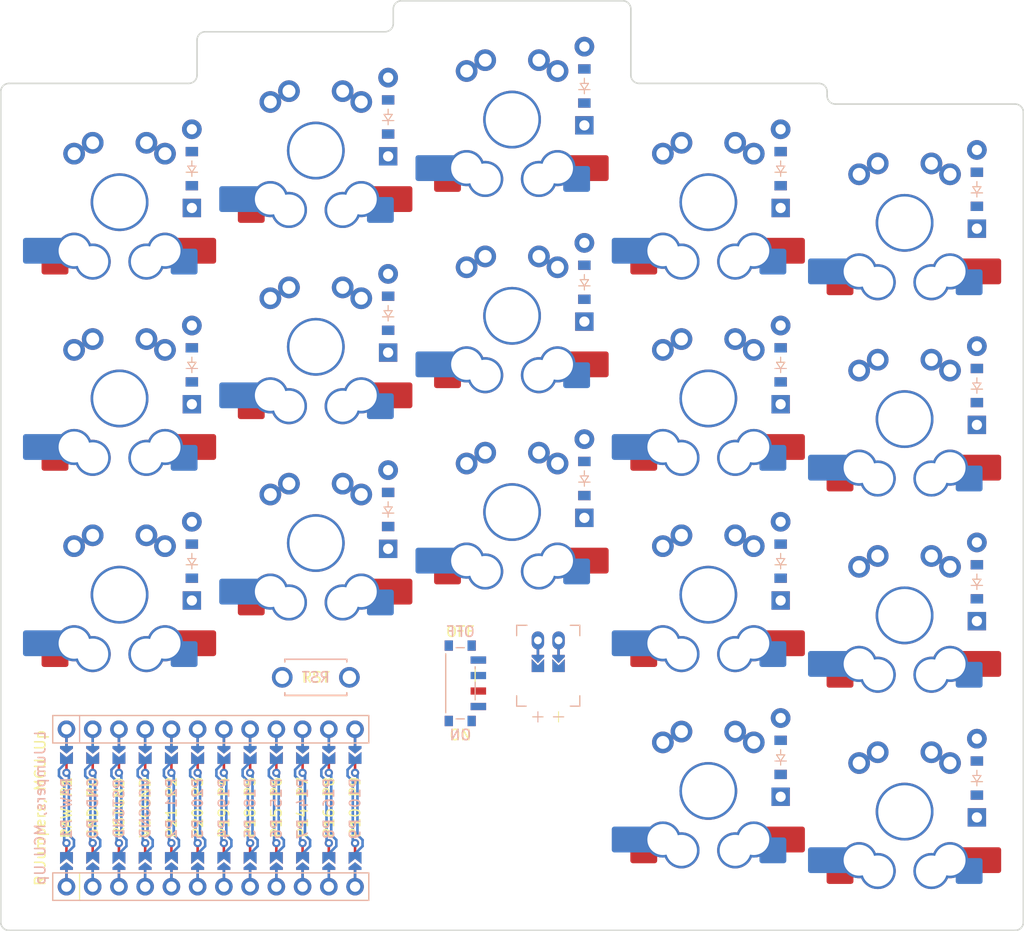
<source format=kicad_pcb>
(kicad_pcb (version 20240108) (generator "pcbnew") (generator_version "8.0")
  (title_block (title "board") (rev "v1.0.0") (company "Unknown"))
  (layers (0 "F.Cu" signal) (31 "B.Cu" signal) (34 "B.Paste" user) (35 "F.Paste" user) (36 "B.SilkS" user "B.Silkscreen") (37 "F.SilkS" user "F.Silkscreen") (38 "B.Mask" user) (39 "F.Mask" user) (44 "Edge.Cuts" user))
  (net 0 "")
  (net 1 "P2")
  (net 2 "pinky_bottom")
  (net 3 "GND")
  (net 4 "pinky_home")
  (net 5 "pinky_top")
  (net 6 "P3")
  (net 7 "ring_bottom")
  (net 8 "ring_home")
  (net 9 "ring_top")
  (net 10 "P4")
  (net 11 "middle_bottom")
  (net 12 "middle_home")
  (net 13 "middle_top")
  (net 14 "P5")
  (net 15 "index_thumb")
  (net 16 "index_bottom")
  (net 17 "index_home")
  (net 18 "index_top")
  (net 19 "P6")
  (net 20 "inner_thumb")
  (net 21 "inner_bottom")
  (net 22 "inner_home")
  (net 23 "inner_top")
  (net 24 "P14")
  (net 25 "P16")
  (net 26 "P10")
  (net 27 "P15")
  (net 28 "RAW")
  (net 29 "RST")
  (net 30 "VCC")
  (net 31 "P21")
  (net 32 "P20")
  (net 33 "P19")
  (net 34 "P18")
  (net 35 "P1")
  (net 36 "P0")
  (net 37 "P7")
  (net 38 "P8")
  (net 39 "P9")
  (net 40 "MCU1_24")
  (net 41 "MCU1_1")
  (net 42 "MCU1_23")
  (net 43 "MCU1_2")
  (net 44 "MCU1_22")
  (net 45 "MCU1_3")
  (net 46 "MCU1_21")
  (net 47 "MCU1_4")
  (net 48 "MCU1_20")
  (net 49 "MCU1_5")
  (net 50 "MCU1_19")
  (net 51 "MCU1_6")
  (net 52 "MCU1_18")
  (net 53 "MCU1_7")
  (net 54 "MCU1_17")
  (net 55 "MCU1_8")
  (net 56 "MCU1_16")
  (net 57 "MCU1_9")
  (net 58 "MCU1_15")
  (net 59 "MCU1_10")
  (net 60 "MCU1_14")
  (net 61 "MCU1_11")
  (net 62 "MCU1_13")
  (net 63 "MCU1_12")
  (net 64 "BAT_P")
  (net 65 "JST1_1")
  (net 66 "JST1_2")
  (footprint "ceoloide:reset_switch_tht_top" (layer "F.Cu") (at 194 164)
    (property "Reference" "RST1" (hide yes))
    (property "Value" "")
  )
  (footprint "ceoloide:power_switch_smd_side" (layer "F.Cu") (at 208 164.575 180)
    (property "Reference" "PWR1" (hide yes))
    (property "Value" "")
  )
  (footprint "ceoloide:battery_connector_jst_ph_2" (layer "F.Cu") (at 216.5 160.425)
    (property "Reference" "JST1" (hide yes))
    (property "Value" "")
  )
  (footprint "ceoloide:mcu_nice_nano" (layer "F.Cu") (at 182.56 176.645305 90)
    (property "Reference" "MCU1" (hide yes))
    (property "Value" "")
  )
  (footprint "ceoloide:diode_tht_sod123" (layer "B.Cu") (at 258 135.75 90)
    (property "Reference" "D16" (hide yes))
    (property "Value" "")
  )
  (footprint "ceoloide:diode_tht_sod123" (layer "B.Cu") (at 258 154.75 90)
    (property "Reference" "D15" (hide yes))
    (property "Value" "")
  )
  (footprint "ceoloide:switch_gateron_ks27_ks33" (layer "B.Cu") (at 232 118)
    (property "Reference" "S13" (hide yes))
    (property "Value" "")
  )
  (footprint "ceoloide:diode_tht_sod123" (layer "B.Cu") (at 258 116.75 90)
    (property "Reference" "D17" (hide yes))
    (property "Value" "")
  )
  (footprint "ceoloide:diode_tht_sod123" (layer "B.Cu") (at 220 125.75 90)
    (property "Reference" "D8" (hide yes))
    (property "Value" "")
  )
  (footprint "ceoloide:switch_gateron_ks27_ks33" (layer "B.Cu") (at 213 148)
    (property "Reference" "S7" (hide yes))
    (property "Value" "")
  )
  (footprint "ceoloide:switch_gateron_ks27_ks33" (layer "B.Cu") (at 232 137)
    (property "Reference" "S12" (hide yes))
    (property "Value" "")
  )
  (footprint "ceoloide:diode_tht_sod123" (layer "B.Cu") (at 201 147.75 90)
    (property "Reference" "D4" (hide yes))
    (property "Value" "")
  )
  (footprint "ceoloide:diode_tht_sod123" (layer "B.Cu") (at 182 152.75 90)
    (property "Reference" "D1" (hide yes))
    (property "Value" "")
  )
  (footprint "ceoloide:diode_tht_sod123" (layer "B.Cu") (at 201 128.75 90)
    (property "Reference" "D5" (hide yes))
    (property "Value" "")
  )
  (footprint "ceoloide:diode_tht_sod123" (layer "B.Cu") (at 239 152.75 90)
    (property "Reference" "D11" (hide yes))
    (property "Value" "")
  )
  (footprint "ceoloide:switch_gateron_ks27_ks33" (layer "B.Cu") (at 251 158)
    (property "Reference" "S15" (hide yes))
    (property "Value" "")
  )
  (footprint "ceoloide:switch_gateron_ks27_ks33" (layer "B.Cu") (at 232 156)
    (property "Reference" "S11" (hide yes))
    (property "Value" "")
  )
  (footprint "ceoloide:diode_tht_sod123" (layer "B.Cu") (at 220 144.75 90)
    (property "Reference" "D7" (hide yes))
    (property "Value" "")
  )
  (footprint "ceoloide:diode_tht_sod123" (layer "B.Cu") (at 239 133.75 90)
    (property "Reference" "D12" (hide yes))
    (property "Value" "")
  )
  (footprint "ceoloide:switch_gateron_ks27_ks33" (layer "B.Cu") (at 194 132)
    (property "Reference" "S5" (hide yes))
    (property "Value" "")
  )
  (footprint "ceoloide:diode_tht_sod123" (layer "B.Cu") (at 258 173.75 90)
    (property "Reference" "D14" (hide yes))
    (property "Value" "")
  )
  (footprint "ceoloide:diode_tht_sod123" (layer "B.Cu") (at 201 109.75 90)
    (property "Reference" "D6" (hide yes))
    (property "Value" "")
  )
  (footprint "ceoloide:switch_gateron_ks27_ks33" (layer "B.Cu") (at 213 110)
    (property "Reference" "S9" (hide yes))
    (property "Value" "")
  )
  (footprint "ceoloide:switch_gateron_ks27_ks33" (layer "B.Cu") (at 213 129)
    (property "Reference" "S8" (hide yes))
    (property "Value" "")
  )
  (footprint "ceoloide:switch_gateron_ks27_ks33" (layer "B.Cu") (at 175 156)
    (property "Reference" "S1" (hide yes))
    (property "Value" "")
  )
  (footprint "ceoloide:switch_gateron_ks27_ks33" (layer "B.Cu") (at 175 118)
    (property "Reference" "S3" (hide yes))
    (property "Value" "")
  )
  (footprint "ceoloide:switch_gateron_ks27_ks33" (layer "B.Cu") (at 175 137)
    (property "Reference" "S2" (hide yes))
    (property "Value" "")
  )
  (footprint "ceoloide:switch_gateron_ks27_ks33" (layer "B.Cu") (at 251 120)
    (property "Reference" "S17" (hide yes))
    (property "Value" "")
  )
  (footprint "ceoloide:switch_gateron_ks27_ks33" (layer "B.Cu") (at 194 113)
    (property "Reference" "S6" (hide yes))
    (property "Value" "")
  )
  (footprint "ceoloide:switch_gateron_ks27_ks33" (layer "B.Cu") (at 194 151)
    (property "Reference" "S4" (hide yes))
    (property "Value" "")
  )
  (footprint "ceoloide:diode_tht_sod123" (layer "B.Cu") (at 239 114.75 90)
    (property "Reference" "D13" (hide yes))
    (property "Value" "")
  )
  (footprint "ceoloide:switch_gateron_ks27_ks33" (layer "B.Cu") (at 251 139)
    (property "Reference" "S16" (hide yes))
    (property "Value" "")
  )
  (footprint "ceoloide:switch_gateron_ks27_ks33" (layer "B.Cu") (at 251 177)
    (property "Reference" "S14" (hide yes))
    (property "Value" "")
  )
  (footprint "ceoloide:switch_gateron_ks27_ks33" (layer "B.Cu") (at 232 175)
    (property "Reference" "S10" (hide yes))
    (property "Value" "")
  )
  (footprint "ceoloide:diode_tht_sod123" (layer "B.Cu") (at 220 106.75 90)
    (property "Reference" "D9" (hide yes))
    (property "Value" "")
  )
  (footprint "ceoloide:diode_tht_sod123" (layer "B.Cu") (at 182 133.75 90)
    (property "Reference" "D2" (hide yes))
    (property "Value" "")
  )
  (footprint "ceoloide:diode_tht_sod123" (layer "B.Cu") (at 239 171.75 90)
    (property "Reference" "D10" (hide yes))
    (property "Value" "")
  )
  (footprint "ceoloide:diode_tht_sod123" (layer "B.Cu") (at 182 114.75 90)
    (property "Reference" "D3" (hide yes))
    (property "Value" "")
  )
  (gr_arc (start 182.5 105.7) (mid 182.265685 106.265685) (end 181.7 106.5) (stroke (width 0.15)) (layer "Edge.Cuts"))
  (gr_line (start 201.5 99.3) (end 201.5 100.7) (stroke (width 0.15)) (layer "Edge.Cuts"))
  (gr_arc (start 201.5 100.7) (mid 201.265685 101.265685) (end 200.7 101.5) (stroke (width 0.15)) (layer "Edge.Cuts"))
  (gr_arc (start 262.5 187.7) (mid 262.265685 188.265685) (end 261.7 188.5) (stroke (width 0.15)) (layer "Edge.Cuts"))
  (gr_arc (start 164.3 188.5) (mid 163.734315 188.265685) (end 163.5 187.7) (stroke (width 0.15)) (layer "Edge.Cuts"))
  (gr_arc (start 242.7 106.5) (mid 243.265685 106.734315) (end 243.5 107.3) (stroke (width 0.15)) (layer "Edge.Cuts"))
  (gr_arc (start 182.5 102.3) (mid 182.734315 101.734315) (end 183.3 101.5) (stroke (width 0.15)) (layer "Edge.Cuts"))
  (gr_line (start 164.3 188.5) (end 261.7 188.5) (stroke (width 0.15)) (layer "Edge.Cuts"))
  (gr_line (start 243.5 107.7) (end 243.5 107.3) (stroke (width 0.15)) (layer "Edge.Cuts"))
  (gr_arc (start 225.3 106.5) (mid 224.734315 106.265685) (end 224.5 105.7) (stroke (width 0.15)) (layer "Edge.Cuts"))
  (gr_line (start 262.5 187.7) (end 262.5 109.3) (stroke (width 0.15)) (layer "Edge.Cuts"))
  (gr_arc (start 163.5 107.3) (mid 163.734315 106.734315) (end 164.3 106.5) (stroke (width 0.15)) (layer "Edge.Cuts"))
  (gr_line (start 261.7 108.5) (end 244.3 108.5) (stroke (width 0.15)) (layer "Edge.Cuts"))
  (gr_line (start 223.7 98.5) (end 202.3 98.5) (stroke (width 0.15)) (layer "Edge.Cuts"))
  (gr_line (start 182.5 102.3) (end 182.5 105.7) (stroke (width 0.15)) (layer "Edge.Cuts"))
  (gr_line (start 200.7 101.5) (end 183.3 101.5) (stroke (width 0.15)) (layer "Edge.Cuts"))
  (gr_line (start 181.7 106.5) (end 164.3 106.5) (stroke (width 0.15)) (layer "Edge.Cuts"))
  (gr_arc (start 223.7 98.5) (mid 224.265685 98.734315) (end 224.5 99.3) (stroke (width 0.15)) (layer "Edge.Cuts"))
  (gr_line (start 224.5 105.7) (end 224.5 99.3) (stroke (width 0.15)) (layer "Edge.Cuts"))
  (gr_arc (start 261.7 108.5) (mid 262.265685 108.734315) (end 262.5 109.3) (stroke (width 0.15)) (layer "Edge.Cuts"))
  (gr_line (start 163.5 187.7) (end 163.5 107.3) (stroke (width 0.15)) (layer "Edge.Cuts"))
  (gr_arc (start 201.5 99.3) (mid 201.734315 98.734315) (end 202.3 98.5) (stroke (width 0.15)) (layer "Edge.Cuts"))
  (gr_line (start 242.7 106.5) (end 225.3 106.5) (stroke (width 0.15)) (layer "Edge.Cuts"))
  (gr_arc (start 244.3 108.5) (mid 243.734315 108.265685) (end 243.5 107.7) (stroke (width 0.15)) (layer "Edge.Cuts"))
  (segment (start 180.02 171.870305) (end 180.02 173.245305) (width 0.25) (layer "F.Cu") (net 1))
  (segment (start 180.02 181.07061) (end 180.745 180.34561) (width 0.25) (layer "B.Cu") (net 1))
  (segment (start 180.745 179.745) (end 180.25 179.25) (width 0.25) (layer "B.Cu") (net 1))
  (segment (start 180.745 180.34561) (end 180.745 179.745) (width 0.25) (layer "B.Cu") (net 1))
  (segment (start 180.25 179.25) (end 180.25 173.475305) (width 0.25) (layer "B.Cu") (net 1))
  (segment (start 180.02 181.420305) (end 180.02 181.07061) (width 0.25) (layer "B.Cu") (net 1))
  (segment (start 177.48 171.870305) (end 177.48 173.245305) (width 0.25) (layer "F.Cu") (net 3))
  (segment (start 172.4 181.420305) (end 172.4 180.045305) (width 0.25) (layer "F.Cu") (net 3))
  (segment (start 174.94 171.870305) (end 174.94 173.245305) (width 0.25) (layer "F.Cu") (net 3))
  (segment (start 177.48 181.420305) (end 177.48 181.07061) (width 0.25) (layer "B.Cu") (net 3))
  (segment (start 177.48 181.07061) (end 178.205 180.34561) (width 0.25) (layer "B.Cu") (net 3))
  (segment (start 172.4 171.870305) (end 172.4 172.22) (width 0.25) (layer "B.Cu") (net 3))
  (segment (start 171.675 173.54561) (end 172.18 174.05061) (width 0.25) (layer "B.Cu") (net 3))
  (segment (start 172.18 174.05061) (end 172.18 179.825305) (width 0.25) (layer "B.Cu") (net 3))
  (segment (start 178.205 179.745) (end 177.71 179.25) (width 0.25) (layer "B.Cu") (net 3))
  (segment (start 177.71 179.25) (end 177.71 173.475305) (width 0.25) (layer "B.Cu") (net 3))
  (segment (start 172.4 172.22) (end 171.675 172.945) (width 0.25) (layer "B.Cu") (net 3))
  (segment (start 175.17 179.25) (end 175.17 173.475305) (width 0.25) (layer "B.Cu") (net 3))
  (segment (start 175.665 179.745) (end 175.17 179.25) (width 0.25) (layer "B.Cu") (net 3))
  (segment (start 178.205 180.34561) (end 178.205 179.745) (width 0.25) (layer "B.Cu") (net 3))
  (segment (start 175.665 180.34561) (end 175.665 179.745) (width 0.25) (layer "B.Cu") (net 3))
  (segment (start 174.94 181.07061) (end 175.665 180.34561) (width 0.25) (layer "B.Cu") (net 3))
  (segment (start 171.675 172.945) (end 171.675 173.54561) (width 0.25) (layer "B.Cu") (net 3))
  (segment (start 174.94 181.420305) (end 174.94 181.07061) (width 0.25) (layer "B.Cu") (net 3))
  (segment (start 182.56 171.870305) (end 182.56 173.245305) (width 0.25) (layer "F.Cu") (net 6))
  (segment (start 183.285 179.745) (end 182.79 179.25) (width 0.25) (layer "B.Cu") (net 6))
  (segment (start 183.285 180.34561) (end 183.285 179.745) (width 0.25) (layer "B.Cu") (net 6))
  (segment (start 182.56 181.420305) (end 182.56 181.07061) (width 0.25) (layer "B.Cu") (net 6))
  (segment (start 182.56 181.07061) (end 183.285 180.34561) (width 0.25) (layer "B.Cu") (net 6))
  (segment (start 182.79 179.25) (end 182.79 173.475305) (width 0.25) (layer "B.Cu") (net 6))
  (segment (start 185.1 171.870305) (end 185.1 173.245305) (width 0.25) (layer "F.Cu") (net 10))
  (segment (start 185.825 179.745) (end 185.33 179.25) (width 0.25) (layer "B.Cu") (net 10))
  (segment (start 185.1 181.07061) (end 185.825 180.34561) (width 0.25) (layer "B.Cu") (net 10))
  (segment (start 185.33 179.25) (end 185.33 173.475305) (width 0.25) (layer "B.Cu") (net 10))
  (segment (start 185.1 181.420305) (end 185.1 181.07061) (width 0.25) (layer "B.Cu") (net 10))
  (segment (start 185.825 180.34561) (end 185.825 179.745) (width 0.25) (layer "B.Cu") (net 10))
  (segment (start 187.64 171.870305) (end 187.64 173.245305) (width 0.25) (layer "F.Cu") (net 14))
  (segment (start 188.365 179.745) (end 187.87 179.25) (width 0.25) (layer "B.Cu") (net 14))
  (segment (start 187.87 179.25) (end 187.87 173.475305) (width 0.25) (layer "B.Cu") (net 14))
  (segment (start 187.64 181.07061) (end 188.365 180.34561) (width 0.25) (layer "B.Cu") (net 14))
  (segment (start 188.365 180.34561) (end 188.365 179.745) (width 0.25) (layer "B.Cu") (net 14))
  (segment (start 187.64 181.420305) (end 187.64 181.07061) (width 0.25) (layer "B.Cu") (net 14))
  (segment (start 190.18 171.870305) (end 190.18 173.245305) (width 0.25) (layer "F.Cu") (net 19))
  (segment (start 190.41 179.25) (end 190.41 173.475305) (width 0.25) (layer "B.Cu") (net 19))
  (segment (start 190.905 180.34561) (end 190.905 179.745) (width 0.25) (layer "B.Cu") (net 19))
  (segment (start 190.18 181.07061) (end 190.905 180.34561) (width 0.25) (layer "B.Cu") (net 19))
  (segment (start 190.18 181.420305) (end 190.18 181.07061) (width 0.25) (layer "B.Cu") (net 19))
  (segment (start 190.905 179.745) (end 190.41 179.25) (width 0.25) (layer "B.Cu") (net 19))
  (segment (start 192.72 181.420305) (end 192.72 180.045305) (width 0.25) (layer "F.Cu") (net 24))
  (segment (start 192.72 171.870305) (end 192.72 172.22) (width 0.25) (layer "B.Cu") (net 24))
  (segment (start 191.995 173.54561) (end 192.5 174.05061) (width 0.25) (layer "B.Cu") (net 24))
  (segment (start 192.5 174.05061) (end 192.5 179.825305) (width 0.25) (layer "B.Cu") (net 24))
  (segment (start 192.72 172.22) (end 191.995 172.945) (width 0.25) (layer "B.Cu") (net 24))
  (segment (start 191.995 172.945) (end 191.995 173.54561) (width 0.25) (layer "B.Cu") (net 24))
  (segment (start 195.26 181.420305) (end 195.26 180.045305) (width 0.25) (layer "F.Cu") (net 25))
  (segment (start 195.26 171.870305) (end 195.26 172.22) (width 0.25) (layer "B.Cu") (net 25))
  (segment (start 194.535 173.54561) (end 195.04 174.05061) (width 0.25) (layer "B.Cu") (net 25))
  (segment (start 195.26 172.22) (end 194.535 172.945) (width 0.25) (layer "B.Cu") (net 25))
  (segment (start 194.535 172.945) (end 194.535 173.54561) (width 0.25) (layer "B.Cu") (net 25))
  (segment (start 195.04 174.05061) (end 195.04 179.825305) (width 0.25) (layer "B.Cu") (net 25))
  (segment (start 197.8 181.420305) (end 197.8 180.045305) (width 0.25) (layer "F.Cu") (net 26))
  (segment (start 197.8 171.870305) (end 197.8 172.22) (width 0.25) (layer "B.Cu") (net 26))
  (segment (start 197.075 173.54561) (end 197.58 174.05061) (width 0.25) (layer "B.Cu") (net 26))
  (segment (start 197.075 172.945) (end 197.075 173.54561) (width 0.25) (layer "B.Cu") (net 26))
  (segment (start 197.8 172.22) (end 197.075 172.945) (width 0.25) (layer "B.Cu") (net 26))
  (segment (start 197.58 174.05061) (end 197.58 179.825305) (width 0.25) (layer "B.Cu") (net 26))
  (segment (start 190.18 181.420305) (end 190.18 180.045305) (width 0.25) (layer "F.Cu") (net 27))
  (segment (start 189.455 172.945) (end 189.455 173.54561) (width 0.25) (layer "B.Cu") (net 27))
  (segment (start 189.96 174.05061) (end 189.96 179.825305) (width 0.25) (layer "B.Cu") (net 27))
  (segment (start 190.18 172.22) (end 189.455 172.945) (width 0.25) (layer "B.Cu") (net 27))
  (segment (start 189.455 173.54561) (end 189.96 174.05061) (width 0.25) (layer "B.Cu") (net 27))
  (segment (start 190.18 171.870305) (end 190.18 172.22) (width 0.25) (layer "B.Cu") (net 27))
  (segment (start 169.86 181.420305) (end 169.86 180.045305) (width 0.25) (layer "F.Cu") (net 28))
  (segment (start 169.86 172.22) (end 169.135 172.945) (width 0.25) (layer "B.Cu") (net 28))
  (segment (start 169.86 171.870305) (end 169.86 172.22) (width 0.25) (layer "B.Cu") (net 28))
  (segment (start 169.135 172.945) (end 169.135 173.54561) (width 0.25) (layer "B.Cu") (net 28))
  (segment (start 169.135 173.54561) (end 169.64 174.05061) (width 0.25) (layer "B.Cu") (net 28))
  (segment (start 169.64 174.05061) (end 169.64 179.825305) (width 0.25) (layer "B.Cu") (net 28))
  (segment (start 174.94 181.420305) (end 174.94 180.045305) (width 0.25) (layer "F.Cu") (net 29))
  (segment (start 174.215 173.54561) (end 174.72 174.05061) (width 0.25) (layer "B.Cu") (net 29))
  (segment (start 174.94 171.870305) (end 174.94 172.22) (width 0.25) (layer "B.Cu") (net 29))
  (segment (start 174.72 174.05061) (end 174.72 179.825305) (width 0.25) (layer "B.Cu") (net 29))
  (segment (start 174.215 172.945) (end 174.215 173.54561) (width 0.25) (layer "B.Cu") (net 29))
  (segment (start 174.94 172.22) (end 174.215 172.945) (width 0.25) (layer "B.Cu") (net 29))
  (segment (start 177.48 181.420305) (end 177.48 180.045305) (width 0.25) (layer "F.Cu") (net 30))
  (segment (start 176.755 173.54561) (end 177.26 174.05061) (width 0.25) (layer "B.Cu") (net 30))
  (segment (start 176.755 172.945) (end 176.755 173.54561) (width 0.25) (layer "B.Cu") (net 30))
  (segment (start 177.26 174.05061) (end 177.26 179.825305) (width 0.25) (layer "B.Cu") (net 30))
  (segment (start 177.48 172.22) (end 176.755 172.945) (width 0.25) (layer "B.Cu") (net 30))
  (segment (start 177.48 171.870305) (end 177.48 172.22) (width 0.25) (layer "B.Cu") (net 30))
  (segment (start 180.02 181.420305) (end 180.02 180.045305) (width 0.25) (layer "F.Cu") (net 31))
  (segment (start 180.02 171.870305) (end 180.02 172.22) (width 0.25) (layer "B.Cu") (net 31))
  (segment (start 179.295 172.945) (end 179.295 173.54561) (width 0.25) (layer "B.Cu") (net 31))
  (segment (start 179.8 174.05061) (end 179.8 179.825305) (width 0.25) (layer "B.Cu") (net 31))
  (segment (start 179.295 173.54561) (end 179.8 174.05061) (width 0.25) (layer "B.Cu") (net 31))
  (segment (start 180.02 172.22) (end 179.295 172.945) (width 0.25) (layer "B.Cu") (net 31))
  (segment (start 182.56 181.420305) (end 182.56 180.045305) (width 0.25) (layer "F.Cu") (net 32))
  (segment (start 182.56 172.22) (end 181.835 172.945) (width 0.25) (layer "B.Cu") (net 32))
  (segment (start 181.835 173.54561) (end 182.34 174.05061) (width 0.25) (layer "B.Cu") (net 32))
  (segment (start 181.835 172.945) (end 181.835 173.54561) (width 0.25) (layer "B.Cu") (net 32))
  (segment (start 182.56 171.870305) (end 182.56 172.22) (width 0.25) (layer "B.Cu") (net 32))
  (segment (start 182.34 174.05061) (end 182.34 179.825305) (width 0.25) (layer "B.Cu") (net 32))
  (segment (start 185.1 181.420305) (end 185.1 180.045305) (width 0.25) (layer "F.Cu") (net 33))
  (segment (start 185.1 171.870305) (end 185.1 172.22) (width 0.25) (layer "B.Cu") (net 33))
  (segment (start 184.375 173.54561) (end 184.88 174.05061) (width 0.25) (layer "B.Cu") (net 33))
  (segment (start 185.1 172.22) (end 184.375 172.945) (width 0.25) (layer "B.Cu") (net 33))
  (segment (start 184.88 174.05061) (end 184.88 179.825305) (width 0.25) (layer "B.Cu") (net 33))
  (segment (start 184.375 172.945) (end 184.375 173.54561) (width 0.25) (layer "B.Cu") (net 33))
  (segment (start 187.64 181.420305) (end 187.64 180.045305) (width 0.25) (layer "F.Cu") (net 34))
  (segment (start 187.64 172.22) (end 186.915 172.945) (width 0.25) (layer "B.Cu") (net 34))
  (segment (start 186.915 172.945) (end 186.915 173.54561) (width 0.25) (layer "B.Cu") (net 34))
  (segment (start 187.42 174.05061) (end 187.42 179.825305) (width 0.25) (layer "B.Cu") (net 34))
  (segment (start 186.915 173.54561) (end 187.42 174.05061) (width 0.25) (layer "B.Cu") (net 34))
  (segment (start 187.64 171.870305) (end 187.64 172.22) (width 0.25) (layer "B.Cu") (net 34))
  (segment (start 169.86 171.870305) (end 169.86 173.245305) (width 0.25) (layer "F.Cu") (net 35))
  (segment (start 170.585 179.745) (end 170.09 179.25) (width 0.25) (layer "B.Cu") (net 35))
  (segment (start 169.86 181.07061) (end 170.585 180.34561) (width 0.25) (layer "B.Cu") (net 35))
  (segment (start 170.585 180.34561) (end 170.585 179.745) (width 0.25) (layer "B.Cu") (net 35))
  (segment (start 170.09 179.25) (end 170.09 173.475305) (width 0.25) (layer "B.Cu") (net 35))
  (segment (start 169.86 181.420305) (end 169.86 181.07061) (width 0.25) (layer "B.Cu") (net 35))
  (segment (start 172.4 171.870305) (end 172.4 173.245305) (width 0.25) (layer "F.Cu") (net 36))
  (segment (start 173.125 179.745) (end 172.63 179.25) (width 0.25) (layer "B.Cu") (net 36))
  (segment (start 172.4 181.420305) (end 172.4 181.07061) (width 0.25) (layer "B.Cu") (net 36))
  (segment (start 172.63 179.25) (end 172.63 173.475305) (width 0.25) (layer "B.Cu") (net 36))
  (segment (start 172.4 181.07061) (end 173.125 180.34561) (width 0.25) (layer "B.Cu") (net 36))
  (segment (start 173.125 180.34561) (end 173.125 179.745) (width 0.25) (layer "B.Cu") (net 36))
  (segment (start 192.72 171.870305) (end 192.72 173.245305) (width 0.25) (layer "F.Cu") (net 37))
  (segment (start 192.72 181.07061) (end 193.445 180.34561) (width 0.25) (layer "B.Cu") (net 37))
  (segment (start 192.72 181.420305) (end 192.72 181.07061) (width 0.25) (layer "B.Cu") (net 37))
  (segment (start 193.445 180.34561) (end 193.445 179.745) (width 0.25) (layer "B.Cu") (net 37))
  (segment (start 193.445 179.745) (end 192.95 179.25) (width 0.25) (layer "B.Cu") (net 37))
  (segment (start 192.95 179.25) (end 192.95 173.475305) (width 0.25) (layer "B.Cu") (net 37))
  (segment (start 195.26 171.870305) (end 195.26 173.245305) (width 0.25) (layer "F.Cu") (net 38))
  (segment (start 195.49 179.25) (end 195.49 173.475305) (width 0.25) (layer "B.Cu") (net 38))
  (segment (start 195.985 179.745) (end 195.49 179.25) (width 0.25) (layer "B.Cu") (net 38))
  (segment (start 195.985 180.34561) (end 195.985 179.745) (width 0.25) (layer "B.Cu") (net 38))
  (segment (start 195.26 181.07061) (end 195.985 180.34561) (width 0.25) (layer "B.Cu") (net 38))
  (segment (start 195.26 181.420305) (end 195.26 181.07061) (width 0.25) (layer "B.Cu") (net 38))
  (segment (start 197.8 171.870305) (end 197.8 173.245305) (width 0.25) (layer "F.Cu") (net 39))
  (segment (start 198.525 179.745) (end 198.03 179.25) (width 0.25) (layer "B.Cu") (net 39))
  (segment (start 197.8 181.420305) (end 197.8 181.07061) (width 0.25) (layer "B.Cu") (net 39))
  (segment (start 198.525 180.34561) (end 198.525 179.745) (width 0.25) (layer "B.Cu") (net 39))
  (segment (start 198.03 179.25) (end 198.03 173.475305) (width 0.25) (layer "B.Cu") (net 39))
  (segment (start 197.8 181.07061) (end 198.525 180.34561) (width 0.25) (layer "B.Cu") (net 39))
  (segment (start 169.86 184.265305) (end 169.86 182.145305) (width 0.25) (layer "F.Cu") (net 40))
  (segment (start 169.86 184.265305) (end 169.86 182.145305) (width 0.25) (layer "B.Cu") (net 40))
  (segment (start 169.86 171.145305) (end 169.86 169.025305) (width 0.25) (layer "F.Cu") (net 41))
  (segment (start 169.86 169.025305) (end 169.86 171.145305) (width 0.25) (layer "B.Cu") (net 41))
  (segment (start 172.4 184.265305) (end 172.4 182.145305) (width 0.25) (layer "F.Cu") (net 42))
  (segment (start 172.4 184.265305) (end 172.4 182.145305) (width 0.25) (layer "B.Cu") (net 42))
  (segment (start 172.4 171.145305) (end 172.4 169.025305) (width 0.25) (layer "F.Cu") (net 43))
  (segment (start 172.4 169.025305) (end 172.4 171.145305) (width 0.25) (layer "B.Cu") (net 43))
  (segment (start 174.94 184.265305) (end 174.94 182.145305) (width 0.25) (layer "F.Cu") (net 44))
  (segment (start 174.94 184.265305) (end 174.94 182.145305) (width 0.25) (layer "B.Cu") (net 44))
  (segment (start 174.94 171.145305) (end 174.94 169.025305) (width 0.25) (layer "F.Cu") (net 45))
  (segment (start 174.94 169.025305) (end 174.94 171.145305) (width 0.25) (layer "B.Cu") (net 45))
  (segment (start 177.48 184.265305) (end 177.48 182.145305) (width 0.25) (layer "F.Cu") (net 46))
  (segment (start 177.48 184.265305) (end 177.48 182.145305) (width 0.25) (layer "B.Cu") (net 46))
  (segment (start 177.48 171.145305) (end 177.48 169.025305) (width 0.25) (layer "F.Cu") (net 47))
  (segment (start 177.48 169.025305) (end 177.48 171.145305) (width 0.25) (layer "B.Cu") (net 47))
  (segment (start 180.02 184.265305) (end 180.02 182.145305) (width 0.25) (layer "F.Cu") (net 48))
  (segment (start 180.02 184.265305) (end 180.02 182.145305) (width 0.25) (layer "B.Cu") (net 48))
  (segment (start 180.02 171.145305) (end 180.02 169.025305) (width 0.25) (layer "F.Cu") (net 49))
  (segment (start 180.02 169.025305) (end 180.02 171.145305) (width 0.25) (layer "B.Cu") (net 49))
  (segment (start 182.56 184.265305) (end 182.56 182.145305) (width 0.25) (layer "F.Cu") (net 50))
  (segment (start 182.56 184.265305) (end 182.56 182.145305) (width 0.25) (layer "B.Cu") (net 50))
  (segment (start 182.56 171.145305) (end 182.56 169.025305) (width 0.25) (layer "F.Cu") (net 51))
  (segment (start 182.56 169.025305) (end 182.56 171.145305) (width 0.25) (layer "B.Cu") (net 51))
  (segment (start 185.1 184.265305) (end 185.1 182.145305) (width 0.25) (layer "F.Cu") (net 52))
  (segment (start 185.1 184.265305) (end 185.1 182.145305) (width 0.25) (layer "B.Cu") (net 52))
  (segment (start 185.1 171.145305) (end 185.1 169.025305) (width 0.25) (layer "F.Cu") (net 53))
  (segment (start 185.1 169.025305) (end 185.1 171.145305) (width 0.25) (layer "B.Cu") (net 53))
  (segment (start 187.64 184.265305) (end 187.64 182.145305) (width 0.25) (layer "F.Cu") (net 54))
  (segment (start 187.64 184.265305) (end 187.64 182.145305) (width 0.25) (layer "B.Cu") (net 54))
  (segment (start 187.64 171.145305) (end 187.64 169.025305) (width 0.25) (layer "F.Cu") (net 55))
  (segment (start 187.64 169.025305) (end 187.64 171.145305) (width 0.25) (layer "B.Cu") (net 55))
  (segment (start 190.18 184.265305) (end 190.18 182.145305) (width 0.25) (layer "F.Cu") (net 56))
  (segment (start 190.18 184.265305) (end 190.18 182.145305) (width 0.25) (layer "B.Cu") (net 56))
  (segment (start 190.18 171.145305) (end 190.18 169.025305) (width 0.25) (layer "F.Cu") (net 57))
  (segment (start 190.18 169.025305) (end 190.18 171.145305) (width 0.25) (layer "B.Cu") (net 57))
  (segment (start 192.72 184.265305) (end 192.72 182.145305) (width 0.25) (layer "F.Cu") (net 58))
  (segment (start 192.72 184.265305) (end 192.72 182.145305) (width 0.25) (layer "B.Cu") (net 58))
  (segment (start 192.72 171.145305) (end 192.72 169.025305) (width 0.25) (layer "F.Cu") (net 59))
  (segment (start 192.72 169.025305) (end 192.72 171.145305) (width 0.25) (layer "B.Cu") (net 59))
  (segment (start 195.26 184.265305) (end 195.26 182.145305) (width 0.25) (layer "F.Cu") (net 60))
  (segment (start 195.26 184.265305) (end 195.26 182.145305) (width 0.25) (layer "B.Cu") (net 60))
  (segment (start 195.26 171.145305) (end 195.26 169.025305) (width 0.25) (layer "F.Cu") (net 61))
  (segment (start 195.26 169.025305) (end 195.26 171.145305) (width 0.25) (layer "B.Cu") (net 61))
  (segment (start 197.8 184.265305) (end 197.8 182.145305) (width 0.25) (layer "F.Cu") (net 62))
  (segment (start 197.8 184.265305) (end 197.8 182.145305) (width 0.25) (layer "B.Cu") (net 62))
  (segment (start 197.8 171.145305) (end 197.8 169.025305) (width 0.25) (layer "F.Cu") (net 63))
  (segment (start 197.8 169.025305) (end 197.8 171.145305) (width 0.25) (layer "B.Cu") (net 63))
  (segment (start 215.5 162.225) (end 215.5 160.425) (width 0.25) (layer "F.Cu") (net 65))
  (segment (start 215.5 162.225) (end 215.5 160.425) (width 0.25) (layer "B.Cu") (net 65))
  (segment (start 217.5 162.225) (end 217.5 160.425) (width 0.25) (layer "F.Cu") (net 66))
  (segment (start 217.5 162.225) (end 217.5 160.425) (width 0.25) (layer "B.Cu") (net 66))
)
</source>
